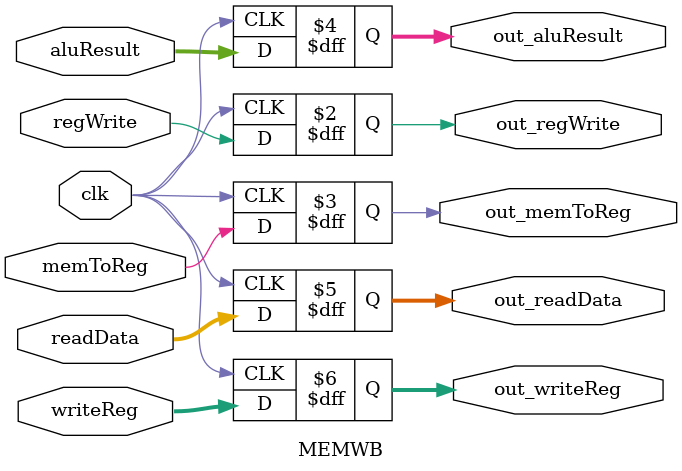
<source format=v>
`timescale 1ns/1ps
module MEMWB(
  input clk,
  input regWrite, memToReg,
  input [31:0] aluResult, readData,
  input [4:0] writeReg,
  output reg out_regWrite, out_memToReg,
  output reg [31:0] out_aluResult, out_readData,
  output reg [4:0] out_writeReg
);

  always @(posedge clk) begin
    out_regWrite <= regWrite;
    out_memToReg <= memToReg;
    out_aluResult <= aluResult;
    out_readData <= readData;
    out_writeReg <= writeReg;
  end
endmodule
</source>
